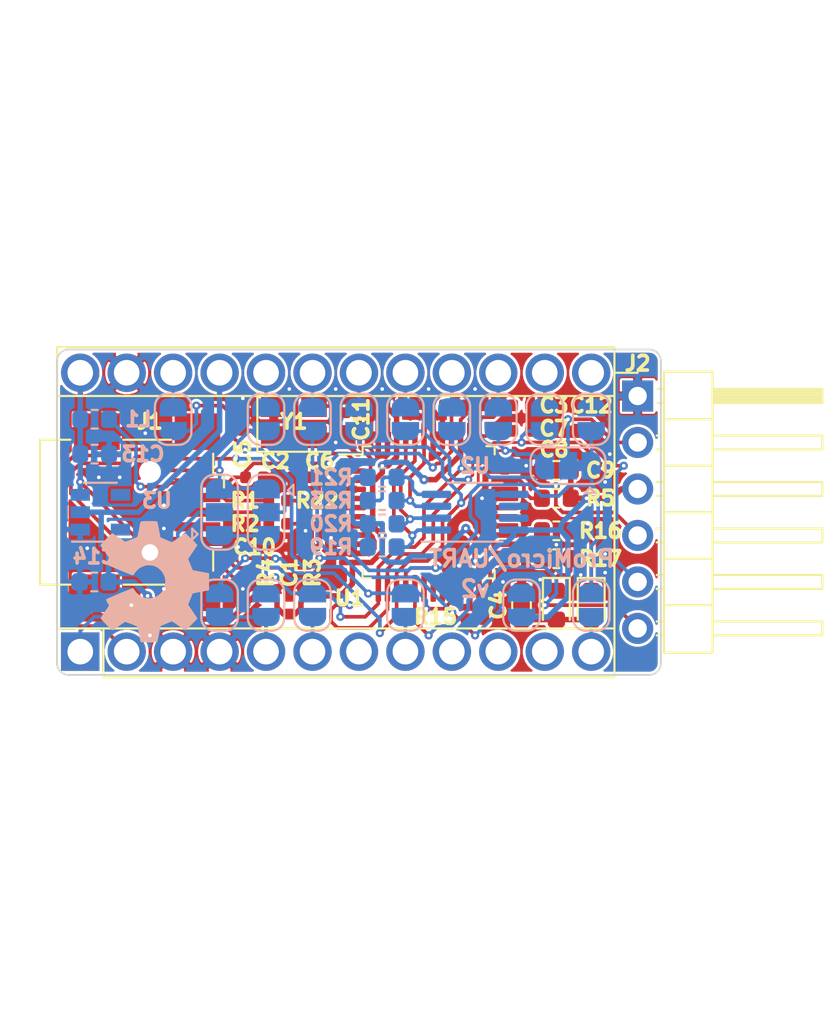
<source format=kicad_pcb>
(kicad_pcb (version 20240108) (generator "pcbnew") (generator_version "8.0")
  (title_block (title "UART") (date "2021-10-24") (rev "v2.0") (company "nerdyscout"))
  (layers (0 "F.Cu" mixed) (1 "In1.Cu" signal) (2 "In2.Cu" signal) (31 "B.Cu" mixed) (34 "B.Paste" user) (35 "F.Paste" user) (36 "B.SilkS" user "B.Silkscreen") (37 "F.SilkS" user "F.Silkscreen") (38 "B.Mask" user) (39 "F.Mask" user) (44 "Edge.Cuts" user))
  (net 0 "")
  (net 1 "GND")
  (net 2 "+3V3")
  (net 3 "ADBUS0")
  (net 4 "Net-(C2-Pad1)")
  (net 5 "Net-(C5-Pad1)")
  (net 6 "Net-(C6-Pad1)")
  (net 7 "Net-(C7-Pad1)")
  (net 8 "Net-(C8-Pad1)")
  (net 9 "Net-(R1-Pad1)")
  (net 10 "Net-(R2-Pad1)")
  (net 11 "/EECS")
  (net 12 "/EECLK")
  (net 13 "Net-(R21-Pad1)")
  (net 14 "Net-(R22-Pad1)")
  (net 15 "/EEDAT")
  (net 16 "Net-(D1-Pad1)")
  (net 17 "Net-(D2-Pad1)")
  (net 18 "+5V")
  (net 19 "ACBUS0")
  (net 20 "ADBUS4")
  (net 21 "PWRSAV")
  (net 22 "TXLED")
  (net 23 "RXLED")
  (net 24 "Net-(R5-Pad1)")
  (net 25 "Net-(J2-Pad2)")
  (net 26 "ADBUS2")
  (net 27 "ADBUS3")
  (net 28 "ADBUS1")
  (net 29 "/~{RST}")
  (net 30 "/CS1")
  (net 31 "/TCK")
  (net 32 "/TMS")
  (net 33 "/TDO")
  (net 34 "/PWM")
  (net 35 "/TDI")
  (net 36 "/SCK")
  (net 37 "/SCL")
  (net 38 "/CIPO")
  (net 39 "/SDA")
  (net 40 "/COPI")
  (net 41 "/CS0")
  (net 42 "/TXD")
  (net 43 "/RXD")
  (net 44 "Net-(J1-Pad3)")
  (net 45 "Net-(J1-Pad2)")
  (footprint "Resistor_SMD:R_0402_1005Metric" (layer "F.Cu") (at 137.16 99.06 90)
    (property "Reference" "R4")
    (property "Value" "4k7" (hide yes))
  )
  (footprint "Resistor_SMD:R_0603_1608Metric" (layer "F.Cu") (at 153.035 94.996)
    (property "Reference" "R16")
    (property "Value" "220" (hide yes))
  )
  (footprint "Resistor_SMD:R_0603_1608Metric" (layer "F.Cu") (at 153.035 96.52)
    (property "Reference" "R17")
    (property "Value" "220" (hide yes))
  )
  (footprint "Capacitor_SMD:C_0402_1005Metric" (layer "F.Cu") (at 146.431 88.138 180)
    (property "Reference" "C3")
    (property "Value" "100n" (hide yes))
  )
  (footprint "Capacitor_SMD:C_0402_1005Metric" (layer "F.Cu") (at 135.89 89.027 90)
    (property "Reference" "C5")
    (property "Value" "27p" (hide yes))
  )
  (footprint "Resistor_SMD:R_0603_1608Metric" (layer "F.Cu") (at 153.035 91.694 180)
    (property "Reference" "C9")
    (property "Value" "4.7µ" (hide yes))
  )
  (footprint "Capacitor_SMD:C_0402_1005Metric" (layer "F.Cu") (at 139.065 95.885)
    (property "Reference" "C10")
    (property "Value" "100n" (hide yes))
  )
  (footprint "LED_SMD:LED_0603_1608Metric" (layer "F.Cu") (at 153.035 99.06 -90)
    (property "Reference" "D2" (hide yes))
    (property "Value" "RX" (hide yes))
  )
  (footprint "Resistor_SMD:R_0402_1005Metric" (layer "F.Cu") (at 137.795 93.345 180)
    (property "Reference" "R1")
    (property "Value" "22" (hide yes))
  )
  (footprint "Resistor_SMD:R_0402_1005Metric" (layer "F.Cu") (at 137.795 94.615 180)
    (property "Reference" "R2")
    (property "Value" "22" (hide yes))
  )
  (footprint "Connector_PinHeader_2.54mm:PinHeader_1x06_P2.54mm_Horizontal" (layer "F.Cu") (at 157.48 87.63)
    (property "Reference" "J2")
    (property "Value" "Conn_01x06" (hide yes))
  )
  (footprint "Capacitor_SMD:C_0402_1005Metric" (layer "F.Cu") (at 148.59 88.138)
    (property "Reference" "C12")
    (property "Value" "100n" (hide yes))
  )
  (footprint "Capacitor_SMD:C_0402_1005Metric" (layer "F.Cu") (at 151.13 88.138)
    (property "Reference" "C7")
    (property "Value" "100n" (hide yes))
  )
  (footprint "Capacitor_SMD:C_0402_1005Metric" (layer "F.Cu") (at 136.525 92.075)
    (property "Reference" "C2")
    (property "Value" "4.7µ" (hide yes))
  )
  (footprint "LED_SMD:LED_0603_1608Metric" (layer "F.Cu") (at 154.94 99.06 -90)
    (property "Reference" "D1" (hide yes))
    (property "Value" "TX" (hide yes))
  )
  (footprint "Resistor_SMD:R_0402_1005Metric" (layer "F.Cu") (at 139.7 99.06 90)
    (property "Reference" "R3")
    (property "Value" "4k7" (hide yes))
  )
  (footprint "Capacitor_SMD:C_0402_1005Metric" (layer "F.Cu") (at 138.43 99.06 90)
    (property "Reference" "C1")
    (property "Value" "100n" (hide yes))
  )
  (footprint "Capacitor_SMD:C_0402_1005Metric" (layer "F.Cu") (at 141.478 89.027 -90)
    (property "Reference" "C6")
    (property "Value" "27p" (hide yes))
  )
  (footprint "Resistor_SMD:R_0603_1608Metric" (layer "F.Cu") (at 153.035 93.218)
    (property "Reference" "R5")
    (property "Value" "1k" (hide yes))
  )
  (footprint "Capacitor_SMD:C_0402_1005Metric" (layer "F.Cu") (at 144.145 88.138 180)
    (property "Reference" "C11")
    (property "Value" "100n" (hide yes))
  )
  (footprint "Package_QFP:LQFP-48_7x7mm_P0.5mm" (layer "F.Cu") (at 146.05 93.98)
    (property "Reference" "U1")
    (property "Value" "FT232H" (hide yes))
  )
  (footprint "Capacitor_SMD:C_0603_1608Metric" (layer "F.Cu") (at 151.13 99.06 90)
    (property "Reference" "C4")
    (property "Value" "10µ" (hide yes))
  )
  (footprint "Crystal:Crystal_SMD_3225-4Pin_3.2x2.5mm" (layer "F.Cu") (at 138.684 89.027)
    (property "Reference" "Y1")
    (property "Value" "12MHz" (hide yes))
  )
  (footprint "Capacitor_SMD:C_0402_1005Metric" (layer "F.Cu") (at 151.13 89.535)
    (property "Reference" "C8")
    (property "Value" "100n" (hide yes))
  )
  (footprint "Resistor_SMD:R_0402_1005Metric" (layer "F.Cu") (at 139.065 92.075 180)
    (property "Reference" "R22")
    (property "Value" "12k" (hide yes))
  )
  (footprint "Module:Sparkfun_Pro_Micro" (layer "F.Cu") (at 127 101.6 90)
    (property "Reference" "A1")
    (property "Value" "Sparkfun_Pro_Micro_3V3" (hide yes))
  )
  (footprint "Resistor_SMD:R_0402_1005Metric" (layer "F.Cu") (at 148.59 99.822 180)
    (property "Reference" "R15")
    (property "Value" "39k" (hide yes))
  )
  (footprint "Connector_USB:USB_Mini-B_Wuerth_65100516121_Horizontal" (layer "F.Cu") (at 130.81 93.98 -90)
    (property "Reference" "J1")
    (property "Value" "USB_B_Mini")
  )
  (footprint "Jumper:SolderJumper-2_P1.3mm_Open_RoundedPad1.0x1.5mm" (layer "B.Cu") (at 147.32 88.9 90)
    (property "Reference" "JP1" (hide yes))
    (property "Value" "Jumper_NO_Small" (hide yes))
  )
  (footprint "Jumper:SolderJumper-2_P1.3mm_Open_RoundedPad1.0x1.5mm" (layer "B.Cu") (at 152.4 88.9 90)
    (property "Reference" "JP2" (hide yes))
    (property "Value" "Jumper_NO_Small" (hide yes))
  )
  (footprint "Jumper:SolderJumper-2_P1.3mm_Open_RoundedPad1.0x1.5mm" (layer "B.Cu") (at 149.86 88.9 90)
    (property "Reference" "JP3" (hide yes))
    (property "Value" "Jumper_NO_Small" (hide yes))
  )
  (footprint "Jumper:SolderJumper-2_P1.3mm_Open_RoundedPad1.0x1.5mm" (layer "B.Cu") (at 154.94 99.06 -90)
    (property "Reference" "JP4" (hide yes))
    (property "Value" "Jumper_NO_Small" (hide yes))
  )
  (footprint "Jumper:SolderJumper-2_P1.3mm_Open_RoundedPad1.0x1.5mm" (layer "B.Cu") (at 154.94 88.9 90)
    (property "Reference" "JP5" (hide yes))
    (property "Value" "Jumper_NO_Small" (hide yes))
  )
  (footprint "Jumper:SolderJumper-2_P1.3mm_Open_RoundedPad1.0x1.5mm" (layer "B.Cu") (at 137.16 88.9 90)
    (property "Reference" "JP6" (hide yes))
    (property "Value" "Jumper_NO_Small" (hide yes))
  )
  (footprint "Jumper:SolderJumper-2_P1.3mm_Open_RoundedPad1.0x1.5mm" (layer "B.Cu") (at 144.78 88.9 90)
    (property "Reference" "JP7" (hide yes))
    (property "Value" "Jumper_NO_Small" (hide yes))
  )
  (footprint "Jumper:SolderJumper-2_P1.3mm_Open_RoundedPad1.0x1.5mm" (layer "B.Cu") (at 142.24 88.9 90)
    (property "Reference" "JP8" (hide yes))
    (property "Value" "Jumper_NO_Small" (hide yes))
  )
  (footprint "Jumper:SolderJumper-2_P1.3mm_Open_RoundedPad1.0x1.5mm" (layer "B.Cu") (at 139.7 88.9 90)
    (property "Reference" "JP9" (hide yes))
    (property "Value" "Jumper_NO_Small" (hide yes))
  )
  (footprint "Jumper:SolderJumper-2_P1.3mm_Open_RoundedPad1.0x1.5mm" (layer "B.Cu") (at 137.16 99.06 -90)
    (property "Reference" "JP13" (hide yes))
    (property "Value" "Jumper_NO_Small" (hide yes))
  )
  (footprint "Jumper:SolderJumper-2_P1.3mm_Open_RoundedPad1.0x1.5mm" (layer "B.Cu") (at 134.62 99.06 -90)
    (property "Reference" "JP14" (hide yes))
    (property "Value" "Jumper_NO_Small" (hide yes))
  )
  (footprint "Jumper:SolderJumper-2_P1.3mm_Open_RoundedPad1.0x1.5mm" (layer "B.Cu") (at 139.7 99.06 -90)
    (property "Reference" "JP15" (hide yes))
    (property "Value" "Jumper_NO_Small" (hide yes))
  )
  (footprint "Package_TO_SOT_SMD:SOT-23-5" (layer "B.Cu") (at 128.1 93.98)
    (property "Reference" "U3")
    (property "Value" "AZ1117-3.3" (hide yes))
  )
  (footprint "Jumper:SolderJumper-3_P1.3mm_Bridged12_RoundedPad1.0x1.5mm" (layer "B.Cu") (at 153.67 91.44 180)
    (property "Reference" "JP16" (hide yes))
    (property "Value" "Jumper_3_Bridged12" (hide yes))
  )
  (footprint "Capacitor_SMD:C_0603_1608Metric" (layer "B.Cu") (at 127.7875 90.805)
    (property "Reference" "C13")
    (property "Value" "1µ" (hide yes))
  )
  (footprint "Jumper:SolderJumper-3_P1.3mm_Open_RoundedPad1.0x1.5mm" (layer "B.Cu") (at 134.62 93.98 90)
    (property "Reference" "JP10" (hide yes))
    (property "Value" "Jumper_3_Bridged12" (hide yes))
  )
  (footprint "Jumper:SolderJumper-3_P1.3mm_Open_RoundedPad1.0x1.5mm" (layer "B.Cu") (at 137.16 93.98 -90)
    (property "Reference" "JP11" (hide yes))
    (property "Value" "Jumper_3_Bridged12" (hide yes))
  )
  (footprint "Jumper:SolderJumper-2_P1.3mm_Open_RoundedPad1.0x1.5mm" (layer "B.Cu") (at 132.08 88.9 90)
    (property "Reference" "JP17" (hide yes))
    (property "Value" "Jumper_NO_Small" (hide yes))
  )
  (footprint "Inductor_SMD:L_0603_1608Metric" (layer "B.Cu") (at 127.7875 88.9)
    (property "Reference" "L1")
    (property "Value" "0" (hide yes))
  )
  (footprint "Jumper:SolderJumper-2_P1.3mm_Open_RoundedPad1.0x1.5mm" (layer "B.Cu") (at 151.13 99.06 -90)
    (property "Reference" "JP18" (hide yes))
    (property "Value" "Jumper_NO_Small" (hide yes))
  )
  (footprint "Jumper:SolderJumper-2_P1.3mm_Open_RoundedPad1.0x1.5mm" (layer "B.Cu") (at 144.78 99.06 -90)
    (property "Reference" "JP12" (hide yes))
    (property "Value" "Jumper_NO_Small" (hide yes))
  )
  (footprint "Resistor_SMD:R_0603_1608Metric" (layer "B.Cu") (at 143.51 93.345 180)
    (property "Reference" "R23")
    (property "Value" "2k" (hide yes))
  )
  (footprint "Package_SO:MSOP-8_3x3mm_P0.65mm" (layer "B.Cu") (at 148.59 93.98)
    (property "Reference" "U2")
    (property "Value" "93CxxB" (hide yes))
  )
  (footprint "Resistor_SMD:R_0603_1608Metric" (layer "B.Cu") (at 143.51 94.615 180)
    (property "Reference" "R20")
    (property "Value" "10k" (hide yes))
  )
  (footprint "Resistor_SMD:R_0603_1608Metric" (layer "B.Cu") (at 143.51 95.885 180)
    (property "Reference" "R19")
    (property "Value" "10k" (hide yes))
  )
  (footprint "Resistor_SMD:R_0603_1608Metric" (layer "B.Cu") (at 143.51 92.075 180)
    (property "Reference" "R21")
    (property "Value" "10k" (hide yes))
  )
  (footprint "Symbol:OSHW-Symbol_6.7x6mm_SilkScreen" (layer "B.Cu") (at 131.064 97.79 90)
    (property "Reference" "LOGO1" (hide yes))
    (property "Value" "Logo_Open_Hardware_Small" (hide yes))
  )
  (footprint "Capacitor_SMD:C_0603_1608Metric" (layer "B.Cu") (at 127.762 97.79 180)
    (property "Reference" "C14")
    (property "Value" "1µ" (hide yes))
  )
  (gr_line (start 158.115 102.87) (end 126.365 102.87) (stroke (width 0.1)) (layer "Edge.Cuts"))
  (gr_line (start 158.115 85.09) (end 126.365 85.09) (stroke (width 0.1)) (layer "Edge.Cuts"))
  (gr_arc (start 125.73 85.725) (mid 125.915987 85.275987) (end 126.365 85.09) (stroke (width 0.1)) (layer "Edge.Cuts"))
  (gr_line (start 125.73 102.235) (end 125.73 85.725) (stroke (width 0.1)) (layer "Edge.Cuts"))
  (gr_line (start 158.75 85.725) (end 158.75 102.235) (stroke (width 0.1)) (layer "Edge.Cuts"))
  (gr_arc (start 158.75 102.235) (mid 158.564013 102.684013) (end 158.115 102.87) (stroke (width 0.1)) (layer "Edge.Cuts"))
  (gr_arc (start 126.365 102.87) (mid 125.915987 102.684013) (end 125.73 102.235) (stroke (width 0.1)) (layer "Edge.Cuts"))
  (gr_arc (start 158.115 85.09) (mid 158.564013 85.275987) (end 158.75 85.725) (stroke (width 0.1)) (layer "Edge.Cuts"))
  (gr_text "v2" (at 148.59 98.171 0) (layer "B.SilkS") (effects (font (size 0.9 0.9) (thickness 0.2)) (justify mirror)))
  (gr_text "ProMicro/UART" (at 151.13 96.52 0) (layer "B.SilkS") (effects (font (size 0.9 0.9) (thickness 0.2)) (justify mirror)))
  (via (at 154.7495 94.615) (size 0.5) (drill 0.2) (layers "F.Cu" "B.Cu") (net 1))
  (via (at 155.956 90.805) (size 0.5) (drill 0.2) (layers "F.Cu" "B.Cu") (net 1))
  (via (at 153.035 95.758) (size 0.5) (drill 0.2) (layers "F.Cu" "B.Cu") (net 1))
  (via (at 146.05 87.249) (size 0.5) (drill 0.2) (layers "F.Cu" "B.Cu") (net 1))
  (via (at 143.51 87.249) (size 0.5) (drill 0.2) (layers "F.Cu" "B.Cu") (net 1))
  (via (at 135.89 87.757) (size 0.5) (drill 0.2) (layers "F.Cu" "B.Cu") (net 1))
  (via (at 150.114 97.79) (size 0.45) (drill 0.2) (layers "F.Cu" "B.Cu") (net 1))
  (via (at 128.016 92.075) (size 0.5) (drill 0.2) (layers "F.Cu" "B.Cu") (net 1))
  (via (at 148.59 87.249) (size 0.5) (drill 0.2) (layers "F.Cu" "B.Cu") (net 1))
  (via (at 139.319 92.964) (size 0.5) (drill 0.2) (layers "F.Cu" "B.Cu") (net 1))
  (via (at 127.381 95.9485) (size 0.5) (drill 0.2) (layers "F.Cu" "B.Cu") (net 1))
  (via (at 152.146 97.663) (size 0.5) (drill 0.2) (layers "F.Cu" "B.Cu") (net 1))
  (via (at 140.589 92.075) (size 0.5) (drill 0.2) (layers "F.Cu" "B.Cu") (net 1))
  (via (at 148.971 93.218) (size 0.5) (drill 0.2) (layers "F.Cu" "B.Cu") (net 1))
  (via (at 129.159 92.075) (size 0.5) (drill 0.2) (layers "F.Cu" "B.Cu") (net 1))
  (via (at 131.572 98.171) (size 0.5) (drill 0.2) (layers "F.Cu" "B.Cu") (net 1))
  (via (at 140.97 87.249) (size 0.5) (drill 0.2) (layers "F.Cu" "B.Cu") (net 1))
  (via (at 138.43 87.249) (size 0.5) (drill 0.2) (layers "F.Cu" "B.Cu") (net 1))
  (via (at 154.3685 97.409) (size 0.5) (drill 0.2) (layers "F.Cu" "B.Cu") (net 1))
  (via (at 131.572 93.599) (size 0.5) (drill 0.2) (layers "F.Cu" "B.Cu") (net 1))
  (via (at 151.384 91.44) (size 0.5) (drill 0.2) (layers "F.Cu" "B.Cu") (net 1))
  (via (at 155.702 97.282) (size 0.5) (drill 0.2) (layers "F.Cu" "B.Cu") (net 1))
  (via (at 140.716 95.377) (size 0.5) (drill 0.2) (layers "F.Cu" "B.Cu") (net 1))
  (via (at 147.701 96.901) (size 0.5) (drill 0.2) (layers "F.Cu" "B.Cu") (net 1))
  (via (at 130.81 100.711) (size 0.5) (drill 0.2) (layers "F.Cu" "B.Cu") (net 1))
  (via (at 140.97 90.17) (size 0.5) (drill 0.2) (layers "F.Cu" "B.Cu") (net 1))
  (via (at 129.794 99.06) (size 0.5) (drill 0.2) (layers "F.Cu" "B.Cu") (net 1))
  (via (at 135.636 95.885) (size 0.5) (drill 0.2) (layers "F.Cu" "B.Cu") (net 1))
  (via (at 155.702 96.266) (size 0.5) (drill 0.2) (layers "F.Cu" "B.Cu") (net 1))
  (via (at 139.319 94.996) (size 0.5) (drill 0.2) (layers "F.Cu" "B.Cu") (net 1))
  (via (at 155.702 92.329) (size 0.5) (drill 0.2) (layers "F.Cu" "B.Cu") (net 1))
  (via (at 135.89 98.171) (size 0.5) (drill 0.2) (layers "F.Cu" "B.Cu") (net 1))
  (via (at 130.556 89.662) (size 0.5) (drill 0.2) (layers "F.Cu" "B.Cu") (net 1))
  (via (at 131.572 94.869) (size 0.5) (drill 0.2) (layers "F.Cu" "B.Cu") (net 1))
  (segment (start 143.117 92.214) (end 142.99 92.214) (width 0.3) (layer "F.Cu") (net 2))
  (segment (start 143.819584 91.447916) (end 143.517916 91.447916) (width 0.3) (layer "F.Cu") (net 2))
  (segment (start 142.99 94.73) (end 142.99 92.214) (width 0.3) (layer "F.Cu") (net 2))
  (segment (start 148.8 96.857) (end 148.59 96.647) (width 0.3) (layer "F.Cu") (net 2))
  (segment (start 142.974 92.23) (end 141.8875 92.23) (width 0.3) (layer "F.Cu") (net 2))
  (segment (start 153.0095 99.8475) (end 153.035 99.822) (width 0.3) (layer "F.Cu") (net 2))
  (segment (start 138.75 99.545) (end 138.43 99.545) (width 0.3) (layer "F.Cu") (net 2))
  (segment (start 147.8 88.928) (end 147.8 88.98) (width 0.2) (layer "F.Cu") (net 2))
  (segment (start 142.99 92.214) (end 142.974 92.23) (width 0.3) (layer "F.Cu") (net 2))
  (segment (start 141.8875 96.73) (end 141.8807 96.7232) (width 0.3) (layer "F.Cu") (net 2))
  (segment (start 143.517916 91.447916) (end 143.517916 91.813084) (width 0.3) (layer "F.Cu") (net 2))
  (segment (start 156.591 92.71) (end 156.083 93.218) (width 0.3) (layer "F.Cu") (net 2))
  (segment (start 147.8 89.8175) (end 147.8 90.833) (width 0.3) (layer "F.Cu") (net 2))
  (segment (start 141.8875 94.73) (end 142.99 94.73) (width 0.3) (layer "F.Cu") (net 2))
  (segment (start 148.8 98.1425) (end 148.8 96.857) (width 0.3) (layer "F.Cu") (net 2))
  (segment (start 148.59 95.377) (end 148.59 96.647) (width 0.3) (layer "F.Cu") (net 2))
  (segment (start 147.8 88.98) (end 147.8 89.8175) (width 0.2) (layer "F.Cu") (net 2))
  (segment (start 141.8807 96.7232) (end 141.8807 97.8953) (width 0.3) (layer "F.Cu") (net 2))
  (segment (start 138.43 99.545) (end 138.11 99.545) (width 0.3) (layer "F.Cu") (net 2))
  (segment (start 143.51 96.139) (end 143.51 95.603553) (width 0.3) (layer "F.Cu") (net 2))
  (segment (start 140.081 94.996) (end 140.081 95.758) (width 0.3) (layer "F.Cu") (net 2))
  (segment (start 154.9145 99.8475) (end 154.94 99.822) (width 0.3) (layer "F.Cu") (net 2))
  (segment (start 148.082 94.869) (end 148.59 95.377) (width 0.3) (layer "F.Cu") (net 2))
  (segment (start 137.75999 99.19499) (end 137.75999 98.70749) (width 0.3) (layer "F.Cu") (net 2))
  (segment (start 153.8225 92.3035) (end 153.8225 91.694) (width 0.3) (layer "F.Cu") (net 2))
  (segment (start 137.16 98.575) (end 136.502 98.575) (width 0.3) (layer "F.Cu") (net 2))
  (segment (start 141.8875 94.73) (end 140.347 94.73) (width 0.3) (layer "F.Cu") (net 2))
  (segment (start 139.065 98.89) (end 139.065 99.23) (width 0.3) (layer "F.Cu") (net 2))
  (segment (start 148.105 88.623) (end 147.8 88.928) (width 0.2) (layer "F.Cu") (net 2))
  (segment (start 157.48 92.71) (end 156.591 92.71) (width 0.3) (layer "F.Cu") (net 2))
  (segment (start 146.149553 92.202004) (end 145.796 92.202004) (width 0.3) (layer "F.Cu") (net 2))
  (segment (start 140.081 95.758) (end 139.954 95.885) (width 0.3) (layer "F.Cu") (net 2))
  (segment (start 131.952996 99.822) (end 130.683 98.552004) (width 0.3) (layer "F.Cu") (net 2))
  (segment (start 143.51 95.603553) (end 143.51 95.25) (width 0.3) (layer "F.Cu") (net 2))
  (segment (start 140.347 94.73) (end 140.081 94.996) (width 0.3) (layer "F.Cu") (net 2))
  (segment (start 139.065 98.89) (end 139.38 98.575) (width 0.3) (layer "F.Cu") (net 2))
  (segment (start 138.11 99.545) (end 137.75999 99.19499) (width 0.3) (layer "F.Cu") (net 2))
  (segment (start 137.6275 98.575) (end 137.16 98.575) (width 0.3) (layer "F.Cu") (net 2))
  (segment (start 156.083 93.218) (end 154.686012 93.218) (width 0.3) (layer "F.Cu") (net 2))
  (segment (start 144.3 88.778) (end 143.66 88.138) (width 0.3) (layer "F.Cu") (net 2))
  (segment (start 148.105 88.265) (end 148.105 88.623) (width 0.2) (layer "F.Cu") (net 2))
  (segment (start 141.8807 97.8953) (end 141.224 98.552) (width 0.3) (layer "F.Cu") (net 2))
  (segment (start 141.8875 96.73) (end 142.919 96.73) (width 0.3) (layer "F.Cu") (net 2))
  (segment (start 154.686012 93.218) (end 154.686 93.218012) (width 0.3) (layer "F.Cu") (net 2))
  (segment (start 142.99 94.73) (end 143.51 95.25) (width 0.3) (layer "F.Cu") (net 2))
  (segment (start 152.0445 99.8475) (end 153.0095 99.8475) (width 0.3) (layer "F.Cu") (net 2))
  (segment (start 139.38 98.575) (end 139.7 98.575) (width 0.3) (layer "F.Cu") (net 2))
  (segment (start 146.430996 92.202004) (end 146.149553 92.202004) (width 0.3) (layer "F.Cu") (net 2))
  (segment (start 151.13 99.8475) (end 152.0445 99.8475) (width 0.3) (layer "F.Cu") (net 2))
  (segment (start 141.224 98.552) (end 139.7 98.552) (width 0.3) (layer "F.Cu") (net 2))
  (segment (start 144.3 89.8175) (end 144.3 90.9675) (width 0.3) (layer "F.Cu") (net 2))
  (segment (start 153.035 99.8475) (end 154.9145 99.8475) (width 0.3) (layer "F.Cu") (net 2))
  (segment (start 147.8 90.833) (end 146.430996 92.202004) (width 0.3) (layer "F.Cu") (net 2))
  (segment (start 154.685988 93.218) (end 154.686 93.218012) (width 0.3) (layer "F.Cu") (net 2))
  (segment (start 137.75999 98.70749) (end 137.6275 98.575) (width 0.3) (layer "F.Cu") (net 2))
  (segment (start 143.517916 91.813084) (end 143.117 92.214) (width 0.3) (layer "F.Cu") (net 2))
  (segment (start 144.3 89.8175) (end 144.3 88.778) (width 0.3) (layer "F.Cu") (net 2))
  (segment (start 153.8225 93.218) (end 154.685988 93.218) (width 0.3) (layer "F.Cu") (net 2))
  (segment (start 144.3 90.9675) (end 143.819584 91.447916) (width 0.3) (layer "F.Cu") (net 2))
  (segment (start 139.065 99.23) (end 138.75 99.545) (width 0.3) (layer "F.Cu") (net 2))
  (segment (start 142.919 96.73) (end 143.51 96.139) (width 0.3) (layer "F.Cu") (net 2))
  (segment (start 136.502 98.575) (end 135.255 99.822) (width 0.3) (layer "F.Cu") (net 2))
  (segment (start 153.8225 93.218) (end 153.8225 92.3035) (width 0.3) (layer "F.Cu") (net 2))
  (segment (start 139.954 95.885) (end 139.573 95.885) (width 0.3) (layer "F.Cu") (net 2))
  (segment (start 135.255 99.822) (end 131.952996 99.822) (width 0.3) (layer "F.Cu") (net 2))
  (via (at 130.683 98.552004) (size 0.5) (drill 0.2) (layers "F.Cu" "B.Cu") (net 2))
  (via (at 143.51 95.25) (size 0.5) (drill 0.2) (layers "F.Cu" "B.Cu") (net 2))
  (via (at 154.685988 93.218) (size 0.5) (drill 0.2) (layers "F.Cu" "B.Cu") (net 2))
  (via (at 145.796 92.202004) (size 0.5) (drill 0.2) (layers "F.Cu" "B.Cu") (net 2))
  (via (at 143.517916 91.447916) (size 0.5) (drill 0.2) (layers "F.Cu" "B.Cu") (net 2))
  (via (at 148.59 96.647) (size 0.5) (drill 0.2) (layers "F.Cu" "B.Cu") (net 2))
  (via (at 148.082 94.869) (size 0.5) (drill 0.2) (layers "F.Cu" "B.Cu") (net 2))
  (segment (start 143.715842 91.24999) (end 144.843986 91.24999) (width 0.3) (layer "B.Cu") (net 2))
  (segment (start 134.62 86.36) (end 134.62 89.535) (width 0.3) (layer "B.Cu") (net 2))
  (segment (start 153.248 94.955) (end 153.289 94.996) (width 0.3) (layer "B.Cu") (net 2))
  (segment (start 128.143 95.758) (end 128.143 93.98) (width 0.3) (layer "B.Cu") (net 2))
  (segment (start 141.859 94.4245) (end 142.0495 94.615) (width 0.3) (layer "B.Cu") (net 2))
  (segment (start 147.832001 95.118999) (end 148.082 94.869) (width 0.3) (layer "B.Cu") (net 2))
  (segment (start 150.7025 94.955) (end 153.248 94.955) (width 0.3) (layer "B.Cu") (net 2))
  (segment (start 142.7225 94.6405) (end 142.748 94.615) (width 0.3) (layer "B.Cu") (net 2))
  (segment (start 142.113 92.075) (end 142.7225 92.075) (width 0.3) (layer "B.Cu") (net 2))
  (segment (start 144.843986 91.24999) (end 145.546001 91.952005) (width 0.3) (layer "B.Cu") (net 2))
  (segment (start 143.517916 91.447916) (end 143.715842 91.24999) (width 0.3) (layer "B.Cu") (net 2))
  (segment (start 150.7025 94.955) (end 150.7025 95.25) (width 0.3) (layer "B.Cu") (net 2))
  (segment (start 141.859 92.329) (end 141.859 94.4245) (width 0.3) (layer "B.Cu") (net 2))
  (segment (start 142.0495 94.615) (end 142.7225 94.615) (width 0.3) (layer "B.Cu") (net 2))
  (segment (start 152.5755 99.71) (end 153.67 98.6155) (width 0.3) (layer "B.Cu") (net 2))
  (segment (start 148.971 96.647) (end 148.59 96.647) (width 0.3) (layer "B.Cu") (net 2))
  (segment (start 130.175 93.98) (end 127.889 93.98) (width 0.3) (layer "B.Cu") (net 2))
  (segment (start 129.920996 97.79) (end 128.5495 97.79) (width 0.3) (layer "B.Cu") (net 2))
  (segment (start 142.7225 95.885) (end 142.7225 95.2245) (width 0.3) (layer "B.Cu") (net 2))
  (segment (start 144.75184 96.71001) (end 145.08501 96.37684) (width 0.3) (layer "B.Cu") (net 2))
  (segment (start 153.67 98.6155) (end 153.67 95.377) (width 0.3) (layer "B.Cu") (net 2))
  (segment (start 153.289 94.614988) (end 154.685988 93.218) (width 0.3) (layer "B.Cu") (net 2))
  (segment (start 149.987 95.631) (end 148.971 96.647) (width 0.3) (layer "B.Cu") (net 2))
  (segment (start 150.7025 95.25) (end 150.3215 95.631) (width 0.3) (layer "B.Cu") (net 2))
  (segment (start 134.62 89.535) (end 130.175 93.98) (width 0.3) (layer "B.Cu") (net 2))
  (segment (start 128.5495 97.79) (end 128.5495 96.1645) (width 0.3) (layer "B.Cu") (net 2))
  (segment (start 143.84316 96.71001) (end 144.75184 96.71001) (width 0.3) (layer "B.Cu") (net 2))
  (segment (start 151.13 99.71) (end 152.5755 99.71) (width 0.3) (layer "B.Cu") (net 2))
  (segment (start 143.51 95.25) (end 143.51 96.37685) (width 0.3) (layer "B.Cu") (net 2))
  (segment (start 142.7225 95.2245) (end 142.7225 94.6405) (width 0.3) (layer "B.Cu") (net 2))
  (segment (start 143.51 94.615) (end 143.51 95.25) (width 0.3) (layer "B.Cu") (net 2))
  (segment (start 145.08501 96.37684) (end 146.57416 96.37684) (width 0.3) (layer "B.Cu") (net 2))
  (segment (start 142.7225 94.615) (end 143.51 94.615) (width 0.3) (layer "B.Cu") (net 2))
  (segment (start 128.5495 96.1645) (end 128.143 95.758) (width 0.3) (layer "B.Cu") (net 2))
  (segment (start 146.57416 96.37684) (end 147.832001 95.118999) (width 0.3) (layer "B.Cu") (net 2))
  (segment (start 145.546001 91.952005) (end 145.796 92.202004) (width 0.3) (layer "B.Cu") (net 2))
  (segment (start 153.67 95.377) (end 153.289 94.996) (width 0.3) (layer "B.Cu") (net 2))
  (segment (start 127.889 93.98) (end 127 93.98) (width 0.3) (layer "B.Cu") (net 2))
  (segment (start 142.113 92.075) (end 141.859 92.329) (width 0.3) (layer "B.Cu") (net 2))
  (segment (start 130.683 98.552004) (end 129.920996 97.79) (width 0.3) (layer "B.Cu") (net 2))
  (segment (start 153.289 94.996) (end 153.289 94.614988) (width 0.3) (layer "B.Cu") (net 2))
  (segment (start 143.51 96.37685) (end 143.84316 96.71001) (width 0.3) (layer "B.Cu") (net 2))
  (segment (start 150.3215 95.631) (end 149.987 95.631) (width 0.3) (layer "B.Cu") (net 2))
  (segment (start 129.677499 91.313) (end 127 91.313) (width 0.2) (layer "F.Cu") (net 3))
  (segment (start 153.007546 93.611686) (end 153.38887 93.99301) (width 0.2) (layer "F.Cu") (net 3))
  (segment (start 147.628596 91.817592) (end 147.853595 91.592593) (width 0.2) (layer "F.Cu") (net 3))
  (segment (start 141.542198 99.694988) (end 141.224 99.694988) (width 0.2) (layer "F.Cu") (net 3))
  (segment (start 126.492 91.821) (end 126.492 92.964) (width 0.2) (layer "F.Cu") (net 3))
  (segment (start 145.796 95.377) (end 145.796 93.650188) (width 0.2) (layer "F.Cu") (net 3))
  (segment (start 131.826 91.694) (end 131.064 90.932) (width 0.2) (layer "F.Cu") (net 3))
  (segment (start 130.607999 97.079999) (end 134.900001 97.079999) (width 0.2) (layer "F.Cu") (net 3))
  (segment (start 156.630001 94.400001) (end 157.48 95.25) (width 0.2) (layer "F.Cu") (net 3))
  (segment (start 134.900001 97.079999) (end 135.356002 97.536) (width 0.2) (layer "F.Cu") (net 3))
  (segment (start 126.492 92.964) (end 130.607999 97.079999) (width 0.2) (layer "F.Cu") (net 3))
  (segment (start 135.356002 97.536) (end 137.349802 97.536) (width 0.2) (layer "F.Cu") (net 3))
  (segment (start 156.22301 93.99301) (end 156.630001 94.400001) (width 0.2) (layer "F.Cu") (net 3))
  (segment (start 143.3 98.1425) (end 143.3 98.98) (width 0.2) (layer "F.Cu") (net 3))
  (segment (start 137.349802 97.536) (end 137.668 97.536) (width 0.2) (layer "F.Cu") (net 3))
  (segment (start 143.3 98.98) (end 142.585012 99.694988) (width 0.2) (layer "F.Cu") (net 3))
  (segment (start 143.3 98.1425) (end 143.3 96.985411) (width 0.2) (layer "F.Cu") (net 3))
  (segment (start 127 91.313) (end 126.492 91.821) (width 0.2) (layer "F.Cu") (net 3))
  (segment (start 144.400411 95.885) (end 145.288 95.885) (width 0.2) (layer "F.Cu") (net 3))
  (segment (start 142.585012 99.694988) (end 141.542198 99.694988) (width 0.2) (layer "F.Cu") (net 3))
  (segment (start 153.38887 93.99301) (end 156.22301 93.99301) (width 0.2) (layer "F.Cu") (net 3))
  (segment (start 143.3 96.985411) (end 144.400411 95.885) (width 0.2) (layer "F.Cu") (net 3))
  (segment (start 145.288 95.885) (end 145.796 95.377) (width 0.2) (layer "F.Cu") (net 3))
  (segment (start 131.064 90.932) (end 130.058499 90.932) (width 0.2) (layer "F.Cu") (net 3))
  (segment (start 130.058499 90.932) (end 129.677499 91.313) (width 0.2) (layer "F.Cu") (net 3))
  (segment (start 134.62 91.694) (end 131.826 91.694) (width 0.2) (layer "F.Cu") (net 3))
  (segment (start 153.007546 92.554639) (end 153.007546 93.611686) (width 0.2) (layer "F.Cu") (net 3))
  (segment (start 145.796 93.650188) (end 147.628596 91.817592) (width 0.2) (layer "F.Cu") (net 3))
  (via (at 141.224 99.694988) (size 0.45) (drill 0.2) (layers "F.Cu" "B.Cu") (net 3))
  (via (at 134.62 91.694) (size 0.45) (drill 0.2) (layers "F.Cu" "B.Cu") (net 3))
  (via (at 147.853595 91.592593) (size 0.45) (drill 0.2) (layers "F.Cu" "B.Cu") (net 3))
  (via (at 137.668 97.536) (size 0.45) (drill 0.2) (layers "F.Cu" "B.Cu") (net 3))
  (via (at 153.007546 92.554639) (size 0.45) (drill 0.2) (layers "F.Cu" "B.Cu") (net 3))
  (segment (start 134.62 92.68) (end 135.86 92.68) (width 0.2) (layer "B.Cu") (net 3))
  (segment (start 134.62 91.694) (end 134.62 91.151998) (width 0.2) (layer "B.Cu") (net 3))
  (segment (start 149.410275 92.075) (end 148.927868 91.592593) (width 0.2) (layer "B.Cu") (net 3))
  (segment (start 138.542 98.41) (end 137.892999 97.760999) (width 0.2) (layer "B.Cu") (net 3))
  (segment (start 137.892999 97.760999) (end 137.668 97.536) (width 0.2) (layer "B.Cu") (net 3))
  (segment (start 147.853595 91.274395) (end 147.853595 91.592593) (width 0.2) (layer "B.Cu") (net 3))
  (segment (start 139.7 98.41) (end 138.542 98.41) (width 0.2) (layer "B.Cu") (net 3))
  (segment (start 141.224 99.37679) (end 141.224 99.694988) (width 0.2) (layer "B.Cu") (net 3))
  (segment (start 148.927868 91.592593) (end 148.171793 91.592593) (width 0.2) (layer "B.Cu") (net 3))
  (segment (start 139.7 98.41) (end 140.547592 98.41) (width 0.2) (layer "B.Cu") (net 3))
  (segment (start 152.177367 92.554639) (end 151.697728 92.075) (width 0.2) (layer "B.Cu") (net 3))
  (segment (start 134.62 92.68) (end 134.62 91.694) (width 0.2) (layer "B.Cu") (net 3))
  (segment (start 153.007546 92.554639) (end 152.177367 92.554639) (width 0.2) (layer "B.Cu") (net 3))
  (segment (start 140.547592 98.41) (end 141.224 99.086408) (width 0.2) (layer "B.Cu") (net 3))
  (segment (start 148.171793 91.592593) (end 147.853595 91.592593) (width 0.2) (layer "B.Cu") (net 3))
  (segment (start 136.221998 89.55) (end 136.312408 89.55) (width 0.2) (layer "B.Cu") (net 3))
  (segment (start 151.697728 92.075) (end 149.410275 92.075) (width 0.2) (layer "B.Cu") (net 3))
  (segment (start 147.32 89.55) (end 147.32 90.424) (width 0.2) (layer "B.Cu") (net 3))
  (segment (start 136.312408 89.55) (end 137.16 89.55) (width 0.2) (layer "B.Cu") (net 3))
  (segment (start 147.853595 90.957595) (end 147.853595 91.274395) (width 0.2) (layer "B.Cu") (net 3))
  (segment (start 136.010057 92.68) (end 137.16 92.68) (width 0.2) (layer "B.Cu") (net 3))
  (segment (start 134.62 91.151998) (end 136.221998 89.55) (width 0.2) (layer "B.Cu") (net 3))
  (segment (start 135.86 92.68) (end 136.010057 92.68) (width 0.2) (layer "B.Cu") (net 3))
  (segment (start 141.224 99.086408) (end 141.224 99.37679) (width 0.2) (layer "B.Cu") (net 3))
  (segment (start 147.32 90.424) (end 147.853595 90.957595) (width 0.2) (layer "B.Cu") (net 3))
  (segment (start 136.04 91.755) (end 136.482 91.313) (width 0.2) (layer "F.Cu") (net 4))
  (segment (start 131.707 92.583) (end 130.302 92.583) (width 0.2) (layer "F.Cu") (net 4))
  (segment (start 140.270802 91.313) (end 140.589 91.313) (width 0.2) (layer "F.Cu") (net 4))
  (segment (start 135.382 92.075) (end 136.017 92.075) (width 0.2) (layer "F.Cu") (net 4))
  (segment (start 133.41 92.38) (end 131.91 92.38) (width 0.2) (layer "F.Cu") (net 4))
  (segment (start 147.3 90.655) (end 146.638593 91.316407) (width 0.2) (layer "F.Cu") (net 4))
  (segment (start 133.41 92.38) (end 135.077 92.38) (width 0.2) (layer "F.Cu") (net 4))
  (segment (start 147.3 89.8175) (end 147.3 90.655) (width 0.2) (layer "F.Cu") (net 4))
  (segment (start 135.077 92.38) (end 135.382 92.075) (width 0.2) (layer "F.Cu") (net 4))
  (segment (start 147.3 88.499) (end 146.939 88.138) (width 0.2) (layer "F.Cu") (net 4))
  (segment (start 131.91 92.38) (end 131.707 92.583) (width 0.2) (layer "F.Cu") (net 4))
  (segment (start 147.3 89.8175) (end 147.3 88.499) (width 0.2) (layer "F.Cu") (net 4))
  (segment (start 146.638593 91.316407) (end 146.503405 91.316407) (width 0.2) (layer "F.Cu") (net 4))
  (segment (start 146.503405 91.316407) (end 146.278406 91.541406) (width 0.2) (layer "F.Cu") (net 4))
  (segment (start 136.04 92.075) (end 136.04 91.755) (width 0.2) (layer "F.Cu") (net 4))
  (segment (start 136.482 91.313) (end 140.270802 91.313) (width 0.2) (layer "F.Cu") (net 4))
  (via (at 130.302 92.583) (size 0.45) (drill 0.2) (layers "F.Cu" "B.Cu") (net 4))
  (via (at 146.278406 91.541406) (size 0.45) (drill 0.2) (layers "F.Cu" "B.Cu") (net 4))
  (via (at 140.589 91.313) (size 0.45) (drill 0.2) (layers "F.Cu" "B.Cu") (net 4))
  (segment (start 140.589 91.313) (end 141.127989 90.774011) (width 0.2) (layer "B.Cu") (net 4))
  (segment (start 130.048 92.329) (end 130.077001 92.358001) (width 0.2) (layer "B.Cu") (net 4))
  (segment (start 141.127989 90.774011) (end 145.511011 90.774011) (width 0.2) (layer "B.Cu") (net 4))
  (segment (start 130.048 90.373) (end 130.048 92.329) (width 0.2) (layer "B.Cu") (net 4))
  (segment (start 130.077001 92.358001) (end 130.302 92.583) (width 0.2) (layer "B.Cu") (net 4))
  (segment (start 146.053407 91.316407) (end 146.278406 91.541406) (width 0.2) (layer "B.Cu") (net 4))
  (segment (start 128.575 88.9) (end 130.048 90.373) (width 0.2) (layer "B.Cu") (net 4))
  (segment (start 145.511011 90.774011) (end 146.053407 91.316407) (width 0.2) (layer "B.Cu") (net 4))
  (segment (start 137.584 90.594) (end 137.584 89.877) (width 0.2) (layer "F.Cu") (net 5))
  (segment (start 135.89 89.512) (end 136.319 89.512) (width 0.2) (layer "F.Cu") (net 5))
  (segment (start 141.577001 90.777001) (end 137.767001 90.777001) (width 0.2) (layer "F.Cu") (net 5))
  (segment (start 137.767001 90.777001) (end 137.584 90.594) (width 0.2) (layer "F.Cu") (net 5))
  (segment (start 141.8875 91.23) (end 141.8875 91.0875) (width 0.2) (layer "F.Cu") (net 5))
  (segment (start 141.8875 91.0875) (end 141.577001 90.777001) (width 0.2) (layer "F.Cu") (net 5))
  (segment (start 136.684 89.877) (end 137.584 89.877) (width 0.2) (layer "F.Cu") (net 5))
  (segment (start 136.319 89.512) (end 136.684 89.877) (width 0.2) (layer "F.Cu") (net 5))
  (segment (start 140.684 88.177) (end 141.026 88.519) (width 0.2) (layer "F.Cu") (net 6))
  (segment (start 141.478 88.542) (end 141.798 88.542) (width 0.2) (layer "F.Cu") (net 6))
  (segment (start 142.3035 89.0475) (end 142.3035 90.448864) (width 0.2) (layer "F.Cu") (net 6))
  (segment (start 142.875 91.439636) (end 142.875 91.6305) (width 0.2) (layer "F.Cu") (net 6))
  (segment (start 141.026 88.519) (end 141.478 88.519) (width 0.2) (layer "F.Cu") (net 6))
  (segment (start 141.798 88.542) (end 142.3035 89.0475) (width 0.2) (layer "F.Cu") (net 6))
  (segment (start 139.784 88.177) (end 140.684 88.177) (width 0.2) (layer "F.Cu") (net 6))
  (segment (start 142.87501 91.439626) (end 142.875 91.439636) (width 0.2) (layer "F.Cu") (net 6))
  (segment (start 142.7755 91.73) (end 141.8875 91.73) (width 0.2) (layer "F.Cu") (net 6))
  (segment (start 142.3035 90.448864) (end 142.87501 91.020374) (width 0.2) (layer "F.Cu") (net 6))
  (segment (start 142.875 91.6305) (end 142.7755 91.73) (width 0.2) (layer "F.Cu") (net 6))
  (segment (start 142.87501 91.020374) (end 142.87501 91.439626) (width 0.2) (layer "F.Cu") (net 6))
  (segment (start 150.645 88.138) (end 150.241 88.138) (width 0.2) (layer "F.Cu") (net 7))
  (segment (start 149.590311 88.788689) (end 148.505011 88.788689) (width 0.2) (layer "F.Cu") (net 7))
  (segment (start 148.505011 88.788689) (end 148.3 88.9937) (width 0.2) (layer "F.Cu") (net 7))
  (segment (start 150.241 88.138) (end 149.590311 88.788689) (width 0.2) (layer "F.Cu") (net 7))
  (segment (start 148.3 88.9937) (end 148.3 89.8175) (width 0.2) (layer "F.Cu") (net 7))
  (segment (start 149.1965 89.8175) (end 148.8 89.8175) (width 0.2) (layer "F.Cu") (net 8))
  (segment (start 150.645 89.535) (end 149.479 89.535) (width 0.2) (layer "F.Cu") (net 8))
  (segment (start 149.479 89.535) (end 149.1965 89.8175) (width 0.2) (layer "F.Cu") (net 8))
  (segment (start 139.188 93.73) (end 140.339 93.73) (width 0.2) (layer "F.Cu") (net 9))
  (segment (start 140.339 93.73) (end 141.8875 93.73) (width 0.2) (layer "F.Cu") (net 9))
  (segment (start 138.28 93.345) (end 138.803 93.345) (width 0.2) (layer "F.Cu") (net 9))
  (segment (start 138.803 93.345) (end 139.188 93.73) (width 0.2) (layer "F.Cu") (net 9))
  (segment (start 139.196 94.23) (end 141.8875 94.23) (width 0.2) (layer "F.Cu") (net 10))
  (segment (start 138.28 94.615) (end 138.811 94.615) (width 0.2) (layer "F.Cu") (net 10))
  (segment (start 138.811 94.615) (end 139.196 94.23) (width 0.2) (layer "F.Cu") (net 10))
  (segment (start 144.145 91.821) (end 144.145 94.234) (width 0.2) (layer "F.Cu") (net 11))
  (segment (start 144.8 91.166) (end 144.145 91.821) (width 0.2) (layer "F.Cu") (net 11))
  (segment (start 144.145 94.234) (end 145.161 95.25) (width 0.2) (layer "F.Cu") (net 11))
  (segment (start 144.8 89.8175) (end 144.8 91.166) (width 0.2) (layer "F.Cu") (net 11))
  (via (at 145.161 95.25) (size 0.45) (drill 0.2) (layers "F.Cu" "B.Cu") (net 11))
  (segment (start 145.161 95.631) (end 145.161 95.25) (width 0.2) (layer "B.Cu") (net 11))
  (segment (start 144.272 95.885) (end 144.907 95.885) (width 0.2) (layer "B.Cu") (net 11))
  (segment (start 145.385999 95.025001) (end 145.161 95.25) (width 0.2) (layer "B.Cu") (net 11))
  (segment (start 146.4775 94.955) (end 145.456 94.955) (width 0.2) (layer "B.Cu") (net 11))
  (segment (start 145.456 94.955) (end 145.385999 95.025001) (width 0.2) (layer "B.Cu") (net 11))
  (segment (start 144.907 95.885) (end 145.161 95.631) (width 0.2) (layer "B.Cu") (net 11))
  (segment (start 145.3 89.8175) (end 145.3 91.174) (width 0.2) (layer "F.Cu") (net 12))
  (segment (start 144.808947 94.136001) (end 145.033946 94.361) (width 0.2) (layer "F.Cu") (net 12))
  (segment (start 144.526 93.853054) (end 144.808947 94.136001) (width 0.2) (layer "F.Cu") (net 12))
  (segment (start 144.526 91.948) (end 144.526 93.853054) (width 0.2) (layer "F.Cu") (net 12))
  (segment (start 145.3 91.174) (end 144.526 91.948) (width 0.2) (layer "F.Cu") (net 12))
  (via (at 145.033946 94.361) (size 0.45) (drill 0.2) (layers "F.Cu" "B.Cu") (net 12))
  (segment (start 146.4775 94.305) (end 145.089946 94.305) (width 0.2) (layer "B.Cu") (net 12))
  (segment (start 144.779946 94.615) (end 144.808947 94.585999) (width 0.2) (layer "B.Cu") (net 12))
  (segment (start 144.808947 94.585999) (end 145.033946 94.361) (width 0.2) (layer "B.Cu") (net 12))
  (segment (start 145.089946 94.305) (end 145.033946 94.361) (width 0.2) (layer "B.Cu") (net 12))
  (segment (start 144.399 94.615) (end 144.779946 94.615) (width 0.2) (layer "B.Cu") (net 12))
  (segment (start 144.907 92.075) (end 145.161 92.329) (width 0.2) (layer "B.Cu") (net 13))
  (segment (start 144.2975 92.075) (end 144.907 92.075) (width 0.2) (layer "B.Cu") (net 13))
  (segment (start 143.51 92.202) (end 143.637 92.075) (width 0.2) (layer "B.Cu") (net 13))
  (segment (start 145.161 92.71) (end 145.456 93.005) (width 0.2) (layer "B.Cu") (net 13))
  (segment (start 145.456 93.005) (end 146.4775 93.005) (width 0.2) (layer "B.Cu") (net 13))
  (segment (start 145.161 92.329) (end 145.161 92.71) (width 0.2) (layer "B.Cu") (net 13))
  (segment (start 143.51 93.22) (end 143.51 92.202) (width 0.2) (layer "B.Cu") (net 13))
  (segment (start 142.7225 93.345) (end 143.385 93.345) (width 0.2) (layer "B.Cu") (net 13))
  (segment (start 143.637 92.075) (end 144.272 92.075) (width 0.2) (layer "B.Cu") (net 13))
  (segment (start 143.385 93.345) (end 143.51 93.22) (width 0.2) (layer "B.Cu") (net 13))
  (segment (start 139.827 92.075) (end 140.063999 92.311999) (width 0.2) (layer "F.Cu") (net 14))
  (segment (start 140.063999 92.946999) (end 140.347 93.23) (width 0.2) (layer "F.Cu") (net 14))
  (segment (start 140.347 93.23) (end 141.8875 93.23) (width 0.2) (layer "F.Cu") (net 14))
  (segment (start 139.55 92.075) (end 139.827 92.075) (width 0.2) (layer "F.Cu") (net 14))
  (segment (start 140.063999 92.311999) (end 140.063999 92.946999) (width 0.2) (layer "F.Cu") (net 14))
  (segment (start 145.033992 92.075008) (end 145.033992 93.345) (width 0.2) (layer "F.Cu") (net 15))
  (segment (start 145.8 89.8175) (end 145.8 91.309) (width 0.2) (layer "F.Cu") (net 15))
  (segment (start 145.8 91.309) (end 145.033992 92.075008) (width 0.2) (layer "F.Cu") (net 15))
  (via (at 145.033992 93.345) (size 0.45) (drill 0.2) (layers "F.Cu" "B.Cu") (net 15))
  (segment (start 146.4775 93.655) (end 145.344 93.655) (width 0.2) (layer "B.Cu") (net 15))
  (segment (start 145.344 93.655) (end 145.034 93.345) (width 0.2) (layer "B.Cu") (net 15))
  (segment (start 144.272 93.345) (end 145.033992 93.345) (width 0.2) (layer "B.Cu") (net 15))
  (segment (start 145.034 93.345) (end 145.033992 93.345) (width 0.2) (layer "B.Cu") (net 15))
  (segment (start 154.94 95.59925) (end 154.33675 94.996) (width 0.2) (layer "F.Cu") (net 16))
  (segment (start 154.94 98.2725) (end 154.94 95.59925) (width 0.2) (layer "F.Cu") (net 16))
  (segment (start 154.33675 94.996) (end 153.8225 94.996) (width 0.2) (layer "F.Cu") (net 16))
  (segment (start 153.594 97.409) (end 153.8225 97.1805) (width 0.2) (layer "F.Cu") (net 17))
  (segment (start 153.8225 97.1805) (end 153.8225 96.52) (width 0.2) (layer "F.Cu") (net 17))
  (segment (start 153.162 97.409) (end 153.594 97.409) (width 0.2) (layer "F.Cu") (net 17))
  (segment (start 153.035 98.2725) (end 153.035 97.536) (width 0.2) (layer "F.Cu") (net 17))
  (segment (start 153.035 97.536) (end 153.162 97.409) (width 0.2) (layer "F.Cu") (net 17))
  (segment (start 139.545961 97.020001) (end 139.856005 96.709957) (width 0.2) (layer "F.Cu") (net 18))
  (segment (start 139.856005 96.709957) (end 140.081004 96.484958) (width 0.2) (layer "F.Cu") (net 18))
  (segment (start 132.223002 96.52) (end 135.001 96.52) (width 0.2) (layer "F.Cu") (net 18))
  (segment (start 148.105 100.226) (end 148.59 100.711) (width 0.2) (layer "F.Cu") (net 18))
  (segment (start 148.105 99.822) (end 147.70095 99.822) (width 0.2) (layer "F.Cu") (net 18))
  (segment (start 147.70095 99.822) (end 147.345179 99.466229) (width 0.2) (layer "F.Cu") (net 18))
  (segment (start 131.080002 95.377) (end 132.223002 96.52) (width 0.2) (layer "F.Cu") (net 18))
  (segment (start 135.001 96.52) (end 135.501001 97.020001) (width 0.2) (layer "F.Cu") (net 18))
  (segment (start 127 92.329) (end 130.048 95.377) (width 0.2) (layer "F.Cu") (net 18))
  (segment (start 148.105 99.822) (end 148.105 100.226) (width 0.2) (layer "F.Cu") (net 18))
  (segment (start 130.048 95.377) (end 131.080002 95.377) (width 0.2) (layer "F.Cu") (net 18))
  (segment (start 135.501001 97.020001) (end 139.545961 97.020001) (width 0.2) (layer "F.Cu") (net 18))
  (via (at 148.59 100.711) (size 0.45) (drill 0.2) (layers "F.Cu" "B.Cu") (net 18))
  (via (at 147.345179 99.466229) (size 0.45) (drill 0.2) (layers "F.Cu" "B.Cu") (net 18))
  (via (at 127 92.329) (size 0.45) (drill 0.2) (layers "F.Cu" "B.Cu") (net 18))
  (via (at 140.081004 96.484958) (size 0.45) (drill 0.2) (layers "F.Cu" "B.Cu") (net 18))
  (segment (start 141.442958 96.484958) (end 140.399202 96.484958) (width 0.2) (layer "B.Cu") (net 18))
  (segment (start 145.41495 97.536) (end 142.494 97.536) (width 0.2) (layer "B.Cu") (net 18))
  (segment (start 147.345179 99.466229) (end 145.41495 97.536) (width 0.2) (layer "B.Cu") (net 18))
  (segment (start 149.987 98.694) (end 150.271 98.41) (width 0.2) (layer "B.Cu") (net 18))
  (segment (start 127 93.03) (end 127 92.329) (width 0.3) (layer "B.Cu") (net 18))
  (segment (start 142.494 97.536) (end 141.442958 96.484958) (width 0.2) (layer "B.Cu") (net 18))
  (segment (start 140.399202 96.484958) (end 140.081004 96.484958) (width 0.2) (layer "B.Cu") (net 18))
  (segment (start 127 90.805) (end 127 92.329) (width 0.3) (layer "B.Cu") (net 18))
  (segment (start 150.271 98.41) (end 151.13 98.41) (width 0.2) (layer "B.Cu") (net 18))
  (segment (start 127 87.49137) (end 127 90.805) (width 0.3) (layer "B.Cu") (net 18))
  (segment (start 149.987 99.314) (end 149.987 98.694) (width 0.2) (layer "B.Cu") (net 18))
  (segment (start 127 86.36) (end 127 87.49137) (width 0.3) (layer "B.Cu") (net 18))
  (segment (start 148.59 100.711) (end 149.987 99.314) (width 0.2) (layer "B.Cu") (net 18))
  (segment (start 135.128 88.507998) (end 135.128 89.661996) (width 0.2) (layer "F.Cu") (net 19))
  (segment (start 134.774946 88.154944) (end 135.128 88.507998) (width 0.2) (layer "F.Cu") (net 19))
  (segment (start 133.35 88.154944) (end 134.774946 88.154944) (width 0.2) (layer "F.Cu") (net 19))
  (segment (start 135.792005 90.326001) (end 136.017004 90.551) (width 0.2) (layer "F.Cu") (net 19))
  (segment (start 147.3 98.839636) (end 146.884656 99.25498) (width 0.2) (layer "F.Cu") (net 19))
  (segment (start 146.884656 99.25498) (end 146.241198 99.25498) (width 0.2) (layer "F.Cu") (net 19))
  (segment (start 146.241198 99.25498) (end 145.923 99.25498) (width 0.2) (layer "F.Cu") (net 19))
  (segment (start 147.3 98.1425) (end 147.3 98.839636) (width 0.2) (layer "F.Cu") (net 19))
  (segment (start 135.128 89.661996) (end 135.792005 90.326001) (width 0.2) (layer "F.Cu") (net 19))
  (via (at 133.35 88.154944) (size 0.45) (drill 0.2) (layers "F.Cu" "B.Cu") (net 19))
  (via (at 145.923 99.25498) (size 0.45) (drill 0.2) (layers "F.Cu" "B.Cu") (net 19))
  (via (at 142.748 98.425) (size 0.45) (drill 0.2) (layers "F.Cu" "B.Cu") (net 19))
  (via (at 136.017004 90.551) (size 0.45) (drill 0.2) (layers "F.Cu" "B.Cu") (net 19))
  (segment (start 136.335202 90.551) (end 136.017004 90.551) (width 0.2) (layer "B.Cu") (net 19))
  (segment (start 139.187468 96.959968) (end 138.557 96.3295) (width 0.2) (layer "B.Cu") (net 19))
  (segment (start 145.923 98.805408) (end 145.923 99.25498) (width 0.2) (layer "B.Cu") (net 19))
  (segment (start 138.557 92.202) (end 136.906 90.551) (width 0.2) (layer "B.Cu") (net 19))
  (segment (start 142.748 98.425) (end 141.282968 96.959968) (width 0.2) (layer "B.Cu") (net 19))
  (segment (start 141.282968 96.959968) (end 139.187468 96.959968) (width 0.2) (layer "B.Cu") (net 19))
  (segment (start 132.08 89.55) (end 132.927592 89.55) (width 0.2) (layer "B.Cu") (net 19))
  (segment (start 144.78 98.41) (end 142.763 98.41) (width 0.2) (layer "B.Cu") (net 19))
  (segment (start 136.906 90.551) (end 136.335202 90.551) (width 0.2) (layer "B.Cu") (net 19))
  (segment (start 142.763 98.41) (end 142.748 98.425) (width 0.2) (layer "B.Cu") (net 19))
  (segment (start 133.35 89.127592) (end 133.35 88.473142) (width 0.2) (layer "B.Cu") (net 19))
  (segment (start 133.35 88.473142) (end 133.35 88.154944) (width 0.2) (layer "B.Cu") (net 19))
  (segment (start 132.927592 89.55) (end 133.35 89.127592) (width 0.2) (layer "B.Cu") (net 19))
  (segment (start 144.78 98.41) (end 145.527592 98.41) (width 0.2) (layer "B.Cu") (net 19))
  (segment (start 138.557 96.3295) (end 138.557 92.202) (width 0.2) (layer "B.Cu") (net 19))
  (segment (start 145.527592 98.41) (end 145.923 98.805408) (width 0.2) (layer "B.Cu") (net 19))
  (segment (start 145.3 99.961) (end 145.825001 100.486001) (width 0.2) (layer "F.Cu") (net 20))
  (segment (start 153.797 99.06) (end 152.4 99.06) (width 0.2) (layer "F.Cu") (net 20))
  (segment (start 145.3 98.1425) (end 145.3 99.961) (width 0.2) (layer "F.Cu") (net 20))
  (segment (start 145.825001 100.486001) (end 146.05 100.711) (width 0.2) (layer "F.Cu") (net 20))
  (segment (start 157.48 100.33) (end 156.21 99.06) (width 0.2) (layer "F.Cu") (net 20))
  (segment (start 156.21 99.06) (end 153.797 99.06) (width 0.2) (layer "F.Cu") (net 20))
  (via (at 152.4 99.06) (size 0.45) (drill 0.2) (layers "F.Cu" "B.Cu") (net 20))
  (via (at 146.05 100.711) (size 0.45) (drill 0.2) (layers "F.Cu" "B.Cu") (net 20))
  (segment (start 148.209 99.314) (end 148.209 98.790998) (width 0.2) (layer "B.Cu") (net 20))
  (segment (start 152.410001 96.985999) (end 153.035 97.610998) (width 0.2) (layer "B.Cu") (net 20))
  (segment (start 153.035 98.425) (end 152.624999 98.835001) (width 0.2) (layer "B.Cu") (net 20))
  (segment (start 146.558 100.203) (end 147.32 100.203) (width 0.2) (layer "B.Cu") (net 20))
  (segment (start 147.32 100.203) (end 148.209 99.314) (width 0.2) (layer "B.Cu") (net 20))
  (segment (start 146.05 100.711) (end 146.558 100.203) (width 0.2) (layer "B.Cu") (net 20))
  (segment (start 152.624999 98.835001) (end 152.4 99.06) (width 0.2) (layer "B.Cu") (net 20))
  (segment (start 153.035 97.610998) (end 153.035 98.425) (width 0.2) (layer "B.Cu") (net 20))
  (segment (start 150.013999 96.985999) (end 152.410001 96.985999) (width 0.2) (layer "B.Cu") (net 20))
  (segment (start 148.209 98.790998) (end 150.013999 96.985999) (width 0.2) (layer "B.Cu") (net 20))
  (segment (start 149.075 99.402) (end 149.409168 99.067832) (width 0.2) (layer "F.Cu") (net 21))
  (segment (start 149.409168 99.067832) (end 149.409168 97.157396) (width 0.2) (layer "F.Cu") (net 21))
  (segment (start 149.225 96.973228) (end 149.225 93.88) (width 0.2) (layer "F.Cu") (net 21))
  (segment (start 149.225 93.88) (end 149.375 93.73) (width 0.2) (layer "F.Cu") (net 21))
  (segment (start 149.409168 97.157396) (end 149.225 96.973228) (width 0.2) (layer "F.Cu") (net 21))
  (segment (start 149.375 93.73) (end 150.2125 93.73) (width 0.2) (layer "F.Cu") (net 21))
  (segment (start 149.075 99.822) (end 149.075 99.402) (width 0.2) (layer "F.Cu") (net 21))
  (segment (start 150.2125 95.23) (end 151.277 95.23) (width 0.2) (layer "F.Cu") (net 22))
  (segment (start 151.277 95.23) (end 151.511 94.996) (width 0.2) (layer "F.Cu") (net 22))
  (segment (start 151.511 94.996) (end 152.273 94.996) (width 0.2) (layer "F.Cu") (net 22))
  (segment (start 152.019 96.52) (end 152.527 96.52) (width 0.2) (layer "F.Cu") (net 23))
  (segment (start 150.2125 95.73) (end 151.229 95.73) (width 0.2) (layer "F.Cu") (net 23))
  (segment (start 151.384 95.885) (end 151.384 96.2865) (width 0.2) (layer "F.Cu") (net 23))
  (segment (start 151.6175 96.52) (end 152.2475 96.52) (width 0.2) (layer "F.Cu") (net 23))
  (segment (start 151.384 96.2865) (end 151.6175 96.52) (width 0.2) (layer "F.Cu") (net 23))
  (segment (start 151.229 95.73) (end 151.384 95.885) (width 0.2) (layer "F.Cu") (net 23))
  (segment (start 150.2125 92.23) (end 151.031 92.23) (width 0.2) (layer "F.Cu") (net 24))
  (segment (start 151.031 92.23) (end 151.257 92.456) (width 0.2) (layer "F.Cu") (net 24))
  (segment (start 151.257 92.837) (end 151.638 93.218) (width 0.2) (layer "F.Cu") (net 24))
  (segment (start 151.638 93.218) (end 152.2475 93.218) (width 0.2) (layer "F.Cu") (net 24))
  (segment (start 151.257 92.456) (end 151.257 92.837) (width 0.2) (layer "F.Cu") (net 24))
  (segment (start 156.21 90.17) (end 154.94 88.9) (width 0.2) (layer "F.Cu") (net 25))
  (segment (start 154.94 88.9) (end 153.67 88.9) (width 0.2) (layer "F.Cu") (net 25))
  (segment (start 157.48 90.17) (end 156.21 90.17) (width 0.2) (layer "F.Cu") (net 25))
  (via (at 153.67 88.9) (size 0.45) (drill 0.2) (layers "F.Cu" "B.Cu") (net 25))
  (segment (start 153.67 91.44) (end 153.67 88.9) (width 0.2) (layer "B.Cu") (net 25))
  (segment (start 146.812 95.816996) (end 146.812 94.488) (width 0.2) (layer "F.Cu") (net 26))
  (segment (start 144.958 96.647) (end 145.981996 96.647) (width 0.2) (layer "F.Cu") (net 26))
  (segment (start 136.017 96.494992) (end 137.642992 96.494992) (width 0.2) (layer "F.Cu") (net 26))
  (segment (start 144.3 97.305) (end 144.958 96.647) (width 0.2) (layer "F.Cu") (net 26))
  (segment (start 146.812 94.488) (end 147.603001 93.696999) (width 0.2) (layer "F.Cu") (net 26))
  (segment (start 143.608007 100.359001) (end 143.383008 100.584) (width 0.2) (layer "F.Cu") (net 26))
  (segment (start 144.3 98.1425) (end 144.3 97.305) (width 0.2) (layer "F.Cu") (net 26))
  (segment (start 144.3 98.1425) (end 144.3 99.667008) (width 0.2) (layer "F.Cu") (net 26))
  (segment (start 148.763011 92.536989) (end 148.052999 93.247001) (width 0.15) (layer "F.Cu") (net 26))
  (segment (start 144.3 99.667008) (end 143.608007 100.359001) (width 0.2) (layer "F.Cu") (net 26))
  (segment (start 148.052999 93.247001) (end 147.828 93.472) (width 0.15) (layer "F.Cu") (net 26))
  (segment (start 147.603001 93.696999) (end 147.828 93.472) (width 0.2) (layer "F.Cu") (net 26))
  (segment (start 148.763011 91.446997) (end 148.763011 92.536989) (width 0.15) (layer "F.Cu") (net 26))
  (segment (start 145.981996 96.647) (end 146.812 95.816996) (width 0.2) (layer "F.Cu") (net 26))
  (segment (start 150.249459 90.62001) (end 149.589998 90.62001) (width 0.15) (layer "F.Cu") (net 26))
  (segment (start 149.589998 90.62001) (end 148.763011 91.446997) (width 0.15) (layer "F.Cu") (net 26))
  (segment (start 137.642992 96.494992) (end 137.668 96.52) (width 0.2) (layer "F.Cu") (net 26))
  (via (at 150.249459 90.62001) (size 0.45) (drill 0.2) (layers "F.Cu" "B.Cu") (net 26))
  (via (at 137.668 96.52) (size 0.45) (drill 0.2) (layers "F.Cu" "B.Cu") (net 26))
  (via (at 147.828 93.472) (size 0.45) (drill 0.2) (layers "F.Cu" "B.Cu") (net 26))
  (via (at 136.017 96.494992) (size 0.45) (drill 0.2) (layers "F.Cu" "B.Cu") (net 26))
  (via (at 143.383008 100.584) (size 0.45) (drill 0.2) (layers "F.Cu" "B.Cu") (net 26))
  (segment (start 149.86 90.230551) (end 150.02446 90.395011) (width 0.2) (layer "B.Cu") (net 26))
  (segment (start 142.24 90.17) (end 142.494 90.424) (width 0.2) (layer "B.Cu") (net 26))
  (segment (start 142.24 89.55) (end 142.24 90.17) (width 0.2) (layer "B.Cu") (net 26))
  (segment (start 137.986198 96.52) (end 137.668 96.52) (width 0.2) (layer "B.Cu") (net 26))
  (segment (start 135.792001 96.719991) (end 136.017 96.494992) (width 0.2) (layer "B.Cu") (net 26))
  (segment (start 150.69101 90.62001) (end 150.249459 90.62001) (width 0.2) (layer "B.Cu") (net 26))
  (segment (start 149.86 89.55) (end 149.86 90.230551) (width 0.2) (layer "B.Cu") (net 26))
  (segment (start 147.828 93.153802) (end 147.828 93.472) (width 0.2) (layer "B.Cu") (net 26))
  (segment (start 151.735 90.805) (end 150.876 90.805) (width 0.2) (layer "B.Cu") (net 26))
  (segment (start 134.62 98.425) (end 134.62 97.891992) (width 0.2) (layer "B.Cu") (net 26))
  (segment (start 146.812 91.244996) (end 146.812 92.0115) (width 0.2) (layer "B.Cu") (net 26))
  (segment (start 150.876 90.805) (end 150.69101 90.62001) (width 0.2) (layer "B.Cu") (net 26))
  (segment (start 138.775479 97.309979) (end 137.986198 96.520698) (width 0.2) (layer "B.Cu") (net 26))
  (segment (start 147.828 93.0275) (end 147.828 93.153802) (width 0.2) (layer "B.Cu") (net 26))
  (segment (start 137.986198 96.520698) (end 137.986198 96.52) (width 0.2) (layer "B.Cu") (net 26))
  (segment (start 143.383008 100.584) (end 143.383008 99.822008) (width 0.2) (layer "B.Cu") (net 26))
  (segment (start 140.870979 97.309979) (end 138.775479 97.309979) (width 0.2) (layer "B.Cu") (net 26))
  (segment (start 142.494 90.424) (end 145.991004 90.424) (width 0.2) (layer "B.Cu") (net 26))
  (segment (start 152.37 91.44) (end 151.735 90.805) (width 0.2) (layer "B.Cu") (net 26))
  (segment (start 143.383008 99.822008) (end 140.870979 97.309979) (width 0.2) (layer "B.Cu") (net 26))
  (segment (start 134.62 97.891992) (end 135.792001 96.719991) (width 0.2) (layer "B.Cu") (net 26))
  (segment (start 146.812 92.0115) (end 147.828 93.0275) (width 0.2) (layer "B.Cu") (net 26))
  (segment (start 150.02446 90.395011) (end 150.249459 90.62001) (width 0.2) (layer "B.Cu") (net 26))
  (segment (start 145.991004 90.424) (end 146.812 91.244996) (width 0.2) (layer "B.Cu") (net 26))
  (segment (start 144.8 98.1425) (end 144.8 97.305) (width 0.2) (layer "F.Cu") (net 27))
  (segment (start 144.8 97.305) (end 145.077 97.028) (width 0.2) (layer "F.Cu") (net 27))
  (segment (start 146.112806 97.028) (end 146.431004 97.028) (width 0.2) (layer "F.Cu") (net 27))
  (segment (start 145.077 97.028) (end 146.112806 97.028) (width 0.2) (layer "F.Cu") (net 27))
  (via (at 146.431004 97.028) (size 0.45) (drill 0.2) (layers "F.Cu" "B.Cu") (net 27))
  (segment (start 139.7 89.55) (end 139.7 92.456) (width 0.2) (layer "B.Cu") (net 27))
  (segment (start 152.218738 93.091) (end 151.583738 92.456) (width 0.2) (layer "B.Cu") (net 27))
  (segment (start 145.070261 97.028) (end 146.431004 97.028) (width 0.2) (layer "B.Cu") (net 27))
  (segment (start 148.6535 95.123702) (end 146.749202 97.028) (width 0.2) (layer "B.Cu") (net 27))
  (segment (start 148.6535 94.5515) (end 148.6535 95.123702) (width 0.2) (layer "B.Cu") (net 27))
  (segment (start 154.97 92.513796) (end 153.739204 92.513796) (width 0.2) (layer "B.Cu") (net 27))
  (segment (start 142.788881 97.160021) (end 144.93824 97.160021) (width 0.2) (layer "B.Cu") (net 27))
  (segment (start 148.844 92.456) (end 148.336 92.964) (width 0.2) (layer "B.Cu") (net 27))
  (segment (start 155.321 95.4405) (end 154.94 95.8215) (width 0.2) (layer "B.Cu") (net 27))
  (segment (start 139.954 92.71) (end 139.954 95.504) (width 0.2) (layer "B.Cu") (net 27))
  (segment (start 151.583738 92.456) (end 148.844 92.456) (width 0.2) (layer "B.Cu") (net 27))
  (segment (start 139.954 95.504) (end 140.5255 96.0755) (width 0.2) (layer "B.Cu") (net 27))
  (segment (start 148.336 92.964) (end 148.336 94.234) (width 0.2) (layer "B.Cu") (net 27))
  (segment (start 148.336 94.234) (end 148.6535 94.5515) (width 0.2) (layer "B.Cu") (net 27))
  (segment (start 139.7 92.456) (end 139.954 92.71) (width 0.2) (layer "B.Cu") (net 27))
  (segment (start 154.97 91.44) (end 154.97 90.327) (width 0.2) (layer "B.Cu") (net 27))
  (segment (start 144.93824 97.160021) (end 145.070261 97.028) (width 0.2) (layer "B.Cu") (net 27))
  (segment (start 154.97 92.513796) (end 155.321 92.864796) (width 0.2) (layer "B.Cu") (net 27))
  (segment (start 154.94 90.297) (end 154.97 90.327) (width 0.2) (layer "B.Cu") (net 27))
  (segment (start 155.321 92.864796) (end 155.321 95.4405) (width 0.2) (layer "B.Cu") (net 27))
  (segment (start 154.97 91.44) (end 154.97 92.513796) (width 0.2) (layer "B.Cu") (net 27))
  (segment (start 140.5255 96.0755) (end 141.70436 96.0755) (width 0.2) (layer "B.Cu") (net 27))
  (segment (start 146.749202 97.028) (end 146.431004 97.028) (width 0.2) (layer "B.Cu") (net 27))
  (segment (start 141.70436 96.0755) (end 142.788881 97.160021) (width 0.2) (layer "B.Cu") (net 27))
  (segment (start 154.94 89.55) (end 154.94 90.297) (width 0.2) (layer "B.Cu") (net 27))
  (segment (start 154.94 95.8215) (end 154.94 98.41) (width 0.2) (layer "B.Cu") (net 27))
  (segment (start 153.162 93.091) (end 152.218738 93.091) (width 0.2) (layer "B.Cu") (net 27))
  (segment (start 153.739204 92.513796) (end 153.162 93.091) (width 0.2) (layer "B.Cu") (net 27))
  (segment (start 151.13 90.17) (end 149.615727 90.17) (width 0.15) (layer "F.Cu") (net 28))
  (segment (start 143.8 98.1425) (end 143.8 97.085) (width 0.2) (layer "F.Cu") (net 28))
  (segment (start 148.278003 92.132997) (end 148.209 92.202) (width 0.2) (layer "F.Cu") (net 28))
  (segment (start 140.716 99.314) (end 140.97 99.06) (width 0.2) (layer "F.Cu") (net 28))
  (segment (start 143.8 98.1425) (end 143.8 99.299996) (width 0.2) (layer "F.Cu") (net 28))
  (segment (start 143.8 99.299996) (end 142.799997 100.299999) (width 0.2) (layer "F.Cu") (net 28))
  (segment (start 146.304 95.631) (end 146.304 94.107) (width 0.2) (layer "F.Cu") (net 28))
  (segment (start 146.304 94.107) (end 147.984001 92.426999) (width 0.2) (layer "F.Cu") (net 28))
  (segment (start 147.984001 92.426999) (end 148.209 92.202) (width 0.2) (layer "F.Cu") (net 28))
  (segment (start 149.615727 90.17) (end 148.463 91.322727) (width 0.15) (layer "F.Cu") (net 28))
  (segment (start 154.305 90.17) (end 151.13 90.17) (width 0.2) (layer "F.Cu") (net 28))
  (segment (start 143.8 97.085) (end 144.619 96.266) (width 0.2) (layer "F.Cu") (net 28))
  (segment (start 142.799997 100.299999) (end 141.066999 100.299999) (width 0.2) (layer "F.Cu") (net 28))
  (segment (start 148.463 91.948) (end 148.278003 92.132997) (width 0.15) (layer "F.Cu") (net 28))
  (segment (start 140.97 99.06) (end 141.413802 99.06) (width 0.2) (layer "F.Cu") (net 28))
  (segment (start 145.669 96.266) (end 146.304 95.631) (width 0.2) (layer "F.Cu") (net 28))
  (segment (start 141.066999 100.299999) (end 140.716 99.949) (width 0.2) (layer "F.Cu") (net 28))
  (segment (start 156.718 91.44) (end 155.575 91.44) (width 0.2) (layer "F.Cu") (net 28))
  (segment (start 140.716 99.949) (end 140.716 99.314) (width 0.2) (layer "F.Cu") (net 28))
  (segment (start 155.575 91.44) (end 154.305 90.17) (width 0.2) (layer "F.Cu") (net 28))
  (segment (start 141.413802 99.06) (end 141.732 99.06) (width 0.2) (layer "F.Cu") (net 28))
  (segment (start 148.463 91.322727) (end 148.463 91.948) (width 0.15) (layer "F.Cu") (net 28))
  (segment (start 144.619 96.266) (end 145.669 96.266) (width 0.2) (layer "F.Cu") (net 28))
  (via (at 148.209 92.202) (size 0.45) (drill 0.2) (layers "F.Cu" "B.Cu") (net 28))
  (via (at 141.732 99.06) (size 0.45) (drill 0.2) (layers "F.Cu" "B.Cu") (net 28))
  (via (at 151.13 90.17) (size 0.45) (drill 0.2) (layers "F.Cu" "B.Cu") (net 28))
  (via (at 156.718 91.44) (size 0.45) (drill 0.2) (layers "F.Cu" "B.Cu") (net 28))
  (segment (start 157.48 97.79) (end 156.329999 96.639999) (width 0.2) (layer "B.Cu") (net 28))
  (segment (start 144.78 89.55) (end 145.719296 89.55) (width 0.2) (layer "B.Cu") (net 28))
  (segment (start 137.16 95.88) (end 137.16 96.901) (width 0.2) (layer "B.Cu") (net 28))
  (segment (start 141.478 98.806) (end 141.732 99.06) (width 0.2) (layer "B.Cu") (net 28))
  (segment (start 137.16 98.41) (end 137.16 96.901) (width 0.2) (layer "B.Cu") (net 28))
  (segment (start 137.192998 96.995002) (end 137.825502 96.995002) (width 0.2) (layer "B.Cu") (net 28))
  (segment (start 137.825502 96.995002) (end 138.49049 97.65999) (width 0.2) (layer "B.Cu") (net 28))
  (segment (start 140.462 97.663) (end 141.478 98.679) (width 0.2) (layer "B.Cu") (net 28))
  (segment (start 156.329999 91.828001) (end 156.493001 91.664999) (width 0.2) (layer "B.Cu") (net 28))
  (segment (start 151.4325 89.55) (end 151.13 89.8525) (width 0.2) (layer "B.Cu") (net 28))
  (segment (start 147.193 91.8845) (end 147.5105 92.202) (width 0.2) (layer "B.Cu") (net 28))
  (segment (start 156.493001 91.664999) (end 156.718 91.44) (width 0.2) (layer "B.Cu") (net 28))
  (segment (start 137.16 95.28) (end 135.225 95.28) (width 0.2) (layer "B.Cu") (net 28))
  (segment (start 141.478 98.679) (end 141.478 98.806) (width 0.2) (layer "B.Cu") (net 28))
  (segment (start 135.539 95.28) (end 134.62 95.28) (width 0.2) (layer "B.Cu") (net 28))
  (segment (start 151.13 89.8525) (end 151.13 90.17) (width 0.2) (layer "B.Cu") (net 28))
  (segment (start 145.719296 89.55) (end 147.193 91.023704) (width 0.2) (layer "B.Cu") (net 28))
  (segment (start 135.225 95.28) (end 134.62 95.28) (width 0.2) (layer "B.Cu") (net 28))
  (segment (start 156.329999 96.639999) (end 156.329999 91.828001) (width 0.2) (layer "B.Cu") (net 28))
  (segment (start 137.16 97.028) (end 137.192998 96.995002) (width 0.2) (layer "B.Cu") (net 28))
  (segment (start 138.49049 97.65999) (end 140.45899 97.65999) (width 0.2) (layer "B.Cu") (net 28))
  (segment (start 147.193 91.023704) (end 147.193 91.8845) (width 0.2) (layer "B.Cu") (net 28))
  (segment (start 152.4 89.55) (end 151.4325 89.55) (width 0.2) (layer "B.Cu") (net 28))
  (segment (start 147.5105 92.202) (end 148.209 92.202) (width 0.2) (layer "B.Cu") (net 28))
  (segment (start 137.16 95.28) (end 137.16 95.88) (width 0.2) (layer "B.Cu") (net 28))
  (segment (start 132.08 88.25) (end 132.08 86.36) (width 0.2) (layer "B.Cu") (net 29))
  (segment (start 154.94 99.71) (end 154.94 101.6) (width 0.2) (layer "B.Cu") (net 30))
  (segment (start 137.16 88.25) (end 137.16 86.36) (width 0.2) (layer "B.Cu") (net 31))
  (segment (start 139.7 88.25) (end 139.7 86.36) (width 0.2) (layer "B.Cu") (net 32))
  (segment (start 142.24 88.25) (end 142.24 86.36) (width 0.2) (layer "B.Cu") (net 33))
  (segment (start 144.78 99.71) (end 144.78 101.6) (width 0.2) (layer "B.Cu") (net 34))
  (segment (start 144.78 88.25) (end 144.78 86.36) (width 0.2) (layer "B.Cu") (net 35))
  (segment (start 147.32 88.25) (end 147.32 86.36) (width 0.2) (layer "B.Cu") (net 36))
  (segment (start 139.7 99.545) (end 139.7 101.6) (width 0.2) (layer "F.Cu") (net 37))
  (segment (start 139.7 99.71) (end 139.7 101.6) (width 0.2) (layer "B.Cu") (net 37))
  (segment (start 149.86 88.25) (end 149.86 86.36) (width 0.2) (layer "B.Cu") (net 38))
  (segment (start 137.16 99.545) (end 137.16 101.6) (width 0.2) (layer "F.Cu") (net 39))
  (segment (start 137.16 99.71) (end 135.651 99.71) (width 0.2) (layer "B.Cu") (net 39))
  (segment (start 135.651 99.71) (end 134.62 99.71) (width 0.2) (layer "B.Cu") (net 39))
  (segment (start 137.16 99.71) (end 137.16 101.6) (width 0.2) (layer "B.Cu") (net 39))
  (segment (start 152.4 88.25) (end 152.4 86.36) (width 0.2) (layer "B.Cu") (net 40))
  (segment (start 154.94 88.25) (end 154.94 86.36) (width 0.2) (layer "B.Cu") (net 41))
  (segment (start 126.111 91.44) (end 126.670999 90.880001) (width 0.2) (layer "F.Cu") (net 42))
  (segment (start 129.54 101.6) (end 128.143 100.203) (width 0.2) (layer "F.Cu") (net 42))
  (segment (start 131.699 91.059) (end 135.509 91.059) (width 0.2) (layer "F.Cu") (net 42))
  (segment (start 126.619 100.203) (end 126.111 99.695) (width 0.2) (layer "F.Cu") (net 42))
  (segment (start 129.729002 90.551) (end 131.191 90.551) (width 0.2) (layer "F.Cu") (net 42))
  (segment (start 126.670999 90.880001) (end 129.400001 90.880001) (width 0.2) (layer "F.Cu") (net 42))
  (segment (start 128.143 100.203) (end 126.619 100.203) (width 0.2) (layer "F.Cu") (net 42))
  (segment (start 131.191 90.551) (end 131.699 91.059) (width 0.2) (layer "F.Cu") (net 42))
  (segment (start 129.400001 90.880001) (end 129.729002 90.551) (width 0.2) (layer "F.Cu") (net 42))
  (segment (start 126.111 99.695) (end 126.111 91.44) (width 0.2) (layer "F.Cu") (net 42))
  (via (at 135.509 91.059) (size 0.45) (drill 0.2) (layers "F.Cu" "B.Cu") (net 42))
  (segment (start 138.176 93.914) (end 138.176 92.329) (width 0.2) (layer "B.Cu") (net 42))
  (segment (start 137.16 93.98) (end 138.11 93.98) (width 0.2) (layer "B.Cu") (net 42))
  (segment (start 138.11 93.98) (end 138.176 93.914) (width 0.2) (layer "B.Cu") (net 42))
  (segment (start 135.827198 91.059) (end 135.509 91.059) (width 0.2) (layer "B.Cu") (net 42))
  (segment (start 138.176 92.329) (end 136.906 91.059) (width 0.2) (layer "B.Cu") (net 42))
  (segment (start 136.906 91.059) (end 135.827198 91.059) (width 0.2) (layer "B.Cu") (net 42))
  (segment (start 133.477 93.98) (end 132.334 95.123) (width 0.2) (layer "B.Cu") (net 43))
  (segment (start 132.334 98.552) (end 131.191 99.695) (width 0.2) (layer "B.Cu") (net 43))
  (segment (start 131.191 99.695) (end 127.762 99.695) (width 0.2) (layer "B.Cu") (net 43))
  (segment (start 132.334 95.123) (end 132.334 98.552) (width 0.2) (layer "B.Cu") (net 43))
  (segment (start 127 100.457) (end 127 101.6) (width 0.2) (layer "B.Cu") (net 43))
  (segment (start 127.762 99.695) (end 127 100.457) (width 0.2) (layer "B.Cu") (net 43))
  (segment (start 134.62 93.98) (end 133.477 93.98) (width 0.2) (layer "B.Cu") (net 43))
  (segment (start 137.16 93.98) (end 133.41 93.98) (width 0.2) (layer "F.Cu") (net 44))
  (segment (start 137.31 94.13) (end 137.16 93.98) (width 0.2) (layer "F.Cu") (net 44))
  (segment (start 137.31 94.615) (end 137.31 94.13) (width 0.2) (layer "F.Cu") (net 44))
  (segment (start 137.31 93.345) (end 135.001 93.345) (width 0.2) (layer "F.Cu") (net 45))
  (segment (start 135.001 93.345) (end 134.836 93.18) (width 0.2) (layer "F.Cu") (net 45))
  (segment (start 134.836 93.18) (end 133.41 93.18) (width 0.2) (layer "F.Cu") (net 45))
  (zone (net 1) (net_name "GND") (layer "F.Cu") (connect_pads (clearance 0.125)) (min_thickness 0.125) (fill yes (thermal_gap 0.125) (thermal_bridge_width 0.5))
    (polygon (pts (xy 125.73 102.87) (xy 125.73 85.09) (xy 158.75 85.09) (xy 158.75 102.87)))
  )
  (zone (net 1) (net_name "GND") (layer "B.Cu") (connect_pads (clearance 0.125)) (min_thickness 0.125) (fill yes (thermal_gap 0.2) (thermal_bridge_width 0.3))
    (polygon (pts (xy 125.73 102.87) (xy 125.73 85.09) (xy 158.75 85.09) (xy 158.75 102.87)))
  )
)
</source>
